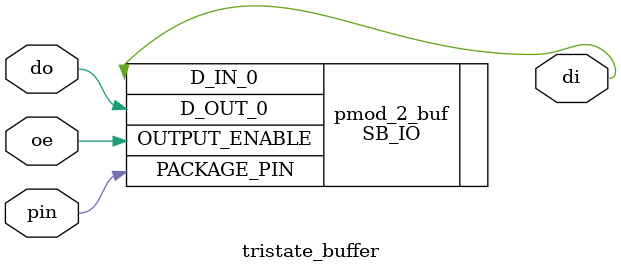
<source format=v>
module tristate_buffer (pin, oe, do, di);
    inout pin; input oe; input do; output di;
    SB_IO #(
        .PIN_TYPE(6'b101001),
        .PULLUP(1'b0)
    ) pmod_2_buf (
        .PACKAGE_PIN(pin),
        .OUTPUT_ENABLE(oe),
        .D_OUT_0(do),
        .D_IN_0(di)
    );
endmodule    


</source>
